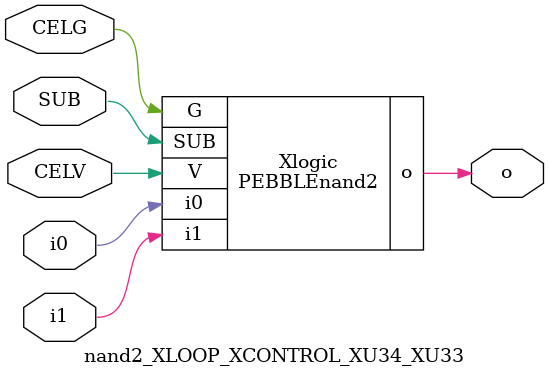
<source format=v>



module PEBBLEnand2 ( o, G, SUB, V, i0, i1 );

  input i0;
  input V;
  input i1;
  input G;
  output o;
  input SUB;
endmodule

//Celera Confidential Do Not Copy nand2_XLOOP_XCONTROL_XU34_XU33
//Celera Confidential Symbol Generator
//5V NAND2
module nand2_XLOOP_XCONTROL_XU34_XU33 (CELV,CELG,i0,i1,o,SUB);
input CELV;
input CELG;
input i0;
input i1;
input SUB;
output o;

//Celera Confidential Do Not Copy nand2
PEBBLEnand2 Xlogic(
.V (CELV),
.i0 (i0),
.i1 (i1),
.o (o),
.SUB (SUB),
.G (CELG)
);
//,diesize,PEBBLEnand2

//Celera Confidential Do Not Copy Module End
//Celera Schematic Generator
endmodule

</source>
